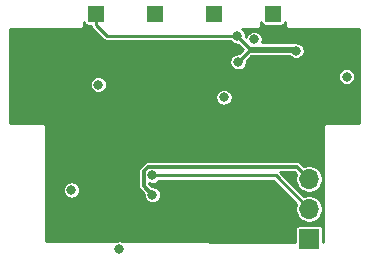
<source format=gbr>
%TF.GenerationSoftware,KiCad,Pcbnew,(5.1.12-1-10_14)*%
%TF.CreationDate,2022-02-21T12:57:33+08:00*%
%TF.ProjectId,esp32-c3_ddsu666,65737033-322d-4633-935f-646473753636,rev?*%
%TF.SameCoordinates,Original*%
%TF.FileFunction,Copper,L2,Inr*%
%TF.FilePolarity,Positive*%
%FSLAX46Y46*%
G04 Gerber Fmt 4.6, Leading zero omitted, Abs format (unit mm)*
G04 Created by KiCad (PCBNEW (5.1.12-1-10_14)) date 2022-02-21 12:57:33*
%MOMM*%
%LPD*%
G01*
G04 APERTURE LIST*
%TA.AperFunction,ComponentPad*%
%ADD10O,1.700000X1.700000*%
%TD*%
%TA.AperFunction,ComponentPad*%
%ADD11R,1.700000X1.700000*%
%TD*%
%TA.AperFunction,ComponentPad*%
%ADD12R,1.350000X1.350000*%
%TD*%
%TA.AperFunction,ViaPad*%
%ADD13C,0.800000*%
%TD*%
%TA.AperFunction,Conductor*%
%ADD14C,0.250000*%
%TD*%
%TA.AperFunction,Conductor*%
%ADD15C,0.300000*%
%TD*%
%TA.AperFunction,Conductor*%
%ADD16C,0.254000*%
%TD*%
%TA.AperFunction,Conductor*%
%ADD17C,0.100000*%
%TD*%
G04 APERTURE END LIST*
D10*
%TO.N,U0TXD*%
%TO.C,J2*%
X125550000Y-62980000D03*
%TO.N,U0RXD*%
X125550000Y-65520000D03*
D11*
%TO.N,GND*%
X125550000Y-68060000D03*
%TD*%
D12*
%TO.N,B*%
%TO.C,J5*%
X122500000Y-49000000D03*
%TD*%
%TO.N,A*%
%TO.C,J4*%
X117500000Y-49000000D03*
%TD*%
%TO.N,GND*%
%TO.C,J3*%
X112500000Y-49000000D03*
%TD*%
%TO.N,+5V*%
%TO.C,J1*%
X107500000Y-49000000D03*
%TD*%
D13*
%TO.N,GND*%
X120890000Y-51150000D03*
X128720000Y-54310000D03*
X109460000Y-68920000D03*
X107700000Y-55000000D03*
X105420000Y-63920000D03*
X118340000Y-56060000D03*
%TO.N,+3V3*%
X118520000Y-54410000D03*
X120970000Y-65400000D03*
X105480000Y-55110000D03*
X103940000Y-67420000D03*
%TO.N,+5V*%
X124440000Y-52130000D03*
X119467831Y-50882169D03*
X119537169Y-53072831D03*
%TO.N,U0RXD*%
X112290000Y-62690000D03*
%TO.N,U0TXD*%
X112290000Y-64330000D03*
%TD*%
D14*
%TO.N,+5V*%
X120480000Y-52130000D02*
X119537169Y-53072831D01*
X124440000Y-52130000D02*
X120480000Y-52130000D01*
X124185001Y-51875001D02*
X124440000Y-52130000D01*
X120460663Y-51875001D02*
X124185001Y-51875001D01*
X119467831Y-50882169D02*
X120460663Y-51875001D01*
X119467831Y-50882169D02*
X108432169Y-50882169D01*
X107500000Y-49950000D02*
X107500000Y-49000000D01*
X108432169Y-50882169D02*
X107500000Y-49950000D01*
%TO.N,U0RXD*%
X122720000Y-62690000D02*
X125550000Y-65520000D01*
X112290000Y-62690000D02*
X122720000Y-62690000D01*
D15*
%TO.N,U0TXD*%
X124509999Y-61939999D02*
X125550000Y-62980000D01*
X111929999Y-61939999D02*
X124509999Y-61939999D01*
X111539999Y-62329999D02*
X111929999Y-61939999D01*
X111539999Y-63579999D02*
X111539999Y-62329999D01*
X112290000Y-64330000D02*
X111539999Y-63579999D01*
%TD*%
D16*
%TO.N,+3V3*%
X123498001Y-49987614D02*
X123496781Y-50000000D01*
X123501647Y-50049401D01*
X123516056Y-50096903D01*
X123539456Y-50140681D01*
X123570947Y-50179053D01*
X123609319Y-50210544D01*
X123653097Y-50233944D01*
X123700599Y-50248353D01*
X123737624Y-50252000D01*
X123737625Y-50252000D01*
X123750000Y-50253219D01*
X123762376Y-50252000D01*
X129748000Y-50252000D01*
X129748001Y-58248000D01*
X127012375Y-58248000D01*
X127000000Y-58246781D01*
X126987624Y-58248000D01*
X126950599Y-58251647D01*
X126903097Y-58266056D01*
X126859319Y-58289456D01*
X126820947Y-58320947D01*
X126789456Y-58359319D01*
X126766056Y-58403097D01*
X126751647Y-58450599D01*
X126746781Y-58500000D01*
X126748000Y-58512375D01*
X126748001Y-68287223D01*
X126728582Y-68287200D01*
X126728582Y-67210000D01*
X126722268Y-67145897D01*
X126703570Y-67084257D01*
X126673206Y-67027450D01*
X126632343Y-66977657D01*
X126582550Y-66936794D01*
X126525743Y-66906430D01*
X126464103Y-66887732D01*
X126400000Y-66881418D01*
X124700000Y-66881418D01*
X124635897Y-66887732D01*
X124574257Y-66906430D01*
X124517450Y-66936794D01*
X124467657Y-66977657D01*
X124426794Y-67027450D01*
X124396430Y-67084257D01*
X124377732Y-67145897D01*
X124371418Y-67210000D01*
X124371418Y-68284456D01*
X109784408Y-68267475D01*
X109672058Y-68220938D01*
X109531603Y-68193000D01*
X109388397Y-68193000D01*
X109247942Y-68220938D01*
X109137410Y-68266722D01*
X103252000Y-68259870D01*
X103252000Y-63848397D01*
X104693000Y-63848397D01*
X104693000Y-63991603D01*
X104720938Y-64132058D01*
X104775741Y-64264364D01*
X104855302Y-64383436D01*
X104956564Y-64484698D01*
X105075636Y-64564259D01*
X105207942Y-64619062D01*
X105348397Y-64647000D01*
X105491603Y-64647000D01*
X105632058Y-64619062D01*
X105764364Y-64564259D01*
X105883436Y-64484698D01*
X105984698Y-64383436D01*
X106064259Y-64264364D01*
X106119062Y-64132058D01*
X106147000Y-63991603D01*
X106147000Y-63848397D01*
X106119062Y-63707942D01*
X106064259Y-63575636D01*
X105984698Y-63456564D01*
X105883436Y-63355302D01*
X105764364Y-63275741D01*
X105632058Y-63220938D01*
X105491603Y-63193000D01*
X105348397Y-63193000D01*
X105207942Y-63220938D01*
X105075636Y-63275741D01*
X104956564Y-63355302D01*
X104855302Y-63456564D01*
X104775741Y-63575636D01*
X104720938Y-63707942D01*
X104693000Y-63848397D01*
X103252000Y-63848397D01*
X103252000Y-62329999D01*
X111060693Y-62329999D01*
X111063000Y-62353424D01*
X111062999Y-63556584D01*
X111060693Y-63579999D01*
X111062999Y-63603414D01*
X111062999Y-63603421D01*
X111069902Y-63673506D01*
X111097177Y-63763421D01*
X111141470Y-63846288D01*
X111201078Y-63918920D01*
X111219275Y-63933854D01*
X111563000Y-64277579D01*
X111563000Y-64401603D01*
X111590938Y-64542058D01*
X111645741Y-64674364D01*
X111725302Y-64793436D01*
X111826564Y-64894698D01*
X111945636Y-64974259D01*
X112077942Y-65029062D01*
X112218397Y-65057000D01*
X112361603Y-65057000D01*
X112502058Y-65029062D01*
X112634364Y-64974259D01*
X112753436Y-64894698D01*
X112854698Y-64793436D01*
X112934259Y-64674364D01*
X112989062Y-64542058D01*
X113017000Y-64401603D01*
X113017000Y-64258397D01*
X112989062Y-64117942D01*
X112934259Y-63985636D01*
X112854698Y-63866564D01*
X112753436Y-63765302D01*
X112634364Y-63685741D01*
X112502058Y-63630938D01*
X112361603Y-63603000D01*
X112237579Y-63603000D01*
X112016999Y-63382420D01*
X112016999Y-63363819D01*
X112077942Y-63389062D01*
X112218397Y-63417000D01*
X112361603Y-63417000D01*
X112502058Y-63389062D01*
X112634364Y-63334259D01*
X112753436Y-63254698D01*
X112854698Y-63153436D01*
X112862339Y-63142000D01*
X122532777Y-63142000D01*
X124461938Y-65071163D01*
X124418231Y-65176682D01*
X124373000Y-65404076D01*
X124373000Y-65635924D01*
X124418231Y-65863318D01*
X124506956Y-66077519D01*
X124635764Y-66270294D01*
X124799706Y-66434236D01*
X124992481Y-66563044D01*
X125206682Y-66651769D01*
X125434076Y-66697000D01*
X125665924Y-66697000D01*
X125893318Y-66651769D01*
X126107519Y-66563044D01*
X126300294Y-66434236D01*
X126464236Y-66270294D01*
X126593044Y-66077519D01*
X126681769Y-65863318D01*
X126727000Y-65635924D01*
X126727000Y-65404076D01*
X126681769Y-65176682D01*
X126593044Y-64962481D01*
X126464236Y-64769706D01*
X126300294Y-64605764D01*
X126107519Y-64476956D01*
X125893318Y-64388231D01*
X125665924Y-64343000D01*
X125434076Y-64343000D01*
X125206682Y-64388231D01*
X125101163Y-64431938D01*
X123086222Y-62416999D01*
X124312420Y-62416999D01*
X124451583Y-62556163D01*
X124418231Y-62636682D01*
X124373000Y-62864076D01*
X124373000Y-63095924D01*
X124418231Y-63323318D01*
X124506956Y-63537519D01*
X124635764Y-63730294D01*
X124799706Y-63894236D01*
X124992481Y-64023044D01*
X125206682Y-64111769D01*
X125434076Y-64157000D01*
X125665924Y-64157000D01*
X125893318Y-64111769D01*
X126107519Y-64023044D01*
X126300294Y-63894236D01*
X126464236Y-63730294D01*
X126593044Y-63537519D01*
X126681769Y-63323318D01*
X126727000Y-63095924D01*
X126727000Y-62864076D01*
X126681769Y-62636682D01*
X126593044Y-62422481D01*
X126464236Y-62229706D01*
X126300294Y-62065764D01*
X126107519Y-61936956D01*
X125893318Y-61848231D01*
X125665924Y-61803000D01*
X125434076Y-61803000D01*
X125206682Y-61848231D01*
X125126163Y-61881583D01*
X124863854Y-61619275D01*
X124848920Y-61601078D01*
X124776288Y-61541470D01*
X124693422Y-61497177D01*
X124603507Y-61469902D01*
X124533422Y-61462999D01*
X124533414Y-61462999D01*
X124509999Y-61460693D01*
X124486584Y-61462999D01*
X111953413Y-61462999D01*
X111929998Y-61460693D01*
X111906583Y-61462999D01*
X111906576Y-61462999D01*
X111845337Y-61469031D01*
X111836490Y-61469902D01*
X111815563Y-61476250D01*
X111746576Y-61497177D01*
X111663710Y-61541470D01*
X111591078Y-61601078D01*
X111576148Y-61619270D01*
X111219270Y-61976149D01*
X111201079Y-61991078D01*
X111141471Y-62063710D01*
X111117795Y-62108004D01*
X111097177Y-62146577D01*
X111069902Y-62236492D01*
X111060693Y-62329999D01*
X103252000Y-62329999D01*
X103252000Y-58512375D01*
X103253219Y-58500000D01*
X103248353Y-58450599D01*
X103233944Y-58403097D01*
X103210544Y-58359319D01*
X103179053Y-58320947D01*
X103140681Y-58289456D01*
X103096903Y-58266056D01*
X103049401Y-58251647D01*
X103012376Y-58248000D01*
X103000000Y-58246781D01*
X102987625Y-58248000D01*
X100252000Y-58248000D01*
X100252000Y-55988397D01*
X117613000Y-55988397D01*
X117613000Y-56131603D01*
X117640938Y-56272058D01*
X117695741Y-56404364D01*
X117775302Y-56523436D01*
X117876564Y-56624698D01*
X117995636Y-56704259D01*
X118127942Y-56759062D01*
X118268397Y-56787000D01*
X118411603Y-56787000D01*
X118552058Y-56759062D01*
X118684364Y-56704259D01*
X118803436Y-56624698D01*
X118904698Y-56523436D01*
X118984259Y-56404364D01*
X119039062Y-56272058D01*
X119067000Y-56131603D01*
X119067000Y-55988397D01*
X119039062Y-55847942D01*
X118984259Y-55715636D01*
X118904698Y-55596564D01*
X118803436Y-55495302D01*
X118684364Y-55415741D01*
X118552058Y-55360938D01*
X118411603Y-55333000D01*
X118268397Y-55333000D01*
X118127942Y-55360938D01*
X117995636Y-55415741D01*
X117876564Y-55495302D01*
X117775302Y-55596564D01*
X117695741Y-55715636D01*
X117640938Y-55847942D01*
X117613000Y-55988397D01*
X100252000Y-55988397D01*
X100252000Y-54928397D01*
X106973000Y-54928397D01*
X106973000Y-55071603D01*
X107000938Y-55212058D01*
X107055741Y-55344364D01*
X107135302Y-55463436D01*
X107236564Y-55564698D01*
X107355636Y-55644259D01*
X107487942Y-55699062D01*
X107628397Y-55727000D01*
X107771603Y-55727000D01*
X107912058Y-55699062D01*
X108044364Y-55644259D01*
X108163436Y-55564698D01*
X108264698Y-55463436D01*
X108344259Y-55344364D01*
X108399062Y-55212058D01*
X108427000Y-55071603D01*
X108427000Y-54928397D01*
X108399062Y-54787942D01*
X108344259Y-54655636D01*
X108264698Y-54536564D01*
X108163436Y-54435302D01*
X108044364Y-54355741D01*
X107912058Y-54300938D01*
X107771603Y-54273000D01*
X107628397Y-54273000D01*
X107487942Y-54300938D01*
X107355636Y-54355741D01*
X107236564Y-54435302D01*
X107135302Y-54536564D01*
X107055741Y-54655636D01*
X107000938Y-54787942D01*
X106973000Y-54928397D01*
X100252000Y-54928397D01*
X100252000Y-54238397D01*
X127993000Y-54238397D01*
X127993000Y-54381603D01*
X128020938Y-54522058D01*
X128075741Y-54654364D01*
X128155302Y-54773436D01*
X128256564Y-54874698D01*
X128375636Y-54954259D01*
X128507942Y-55009062D01*
X128648397Y-55037000D01*
X128791603Y-55037000D01*
X128932058Y-55009062D01*
X129064364Y-54954259D01*
X129183436Y-54874698D01*
X129284698Y-54773436D01*
X129364259Y-54654364D01*
X129419062Y-54522058D01*
X129447000Y-54381603D01*
X129447000Y-54238397D01*
X129419062Y-54097942D01*
X129364259Y-53965636D01*
X129284698Y-53846564D01*
X129183436Y-53745302D01*
X129064364Y-53665741D01*
X128932058Y-53610938D01*
X128791603Y-53583000D01*
X128648397Y-53583000D01*
X128507942Y-53610938D01*
X128375636Y-53665741D01*
X128256564Y-53745302D01*
X128155302Y-53846564D01*
X128075741Y-53965636D01*
X128020938Y-54097942D01*
X127993000Y-54238397D01*
X100252000Y-54238397D01*
X100252000Y-50252000D01*
X106237625Y-50252000D01*
X106250000Y-50253219D01*
X106299401Y-50248353D01*
X106346903Y-50233944D01*
X106390681Y-50210544D01*
X106429053Y-50179053D01*
X106460544Y-50140681D01*
X106483944Y-50096903D01*
X106498353Y-50049401D01*
X106502000Y-50012376D01*
X106502000Y-50012375D01*
X106503219Y-50000000D01*
X106502000Y-49987624D01*
X106502000Y-49731671D01*
X106502732Y-49739103D01*
X106521430Y-49800743D01*
X106551794Y-49857550D01*
X106592657Y-49907343D01*
X106642450Y-49948206D01*
X106699257Y-49978570D01*
X106760897Y-49997268D01*
X106825000Y-50003582D01*
X107051090Y-50003582D01*
X107054540Y-50038607D01*
X107072224Y-50096902D01*
X107080386Y-50123809D01*
X107122357Y-50202332D01*
X107178841Y-50271159D01*
X107196100Y-50285323D01*
X108096850Y-51186074D01*
X108111010Y-51203328D01*
X108179836Y-51259812D01*
X108258359Y-51301783D01*
X108343561Y-51327629D01*
X108432168Y-51336356D01*
X108454373Y-51334169D01*
X118895492Y-51334169D01*
X118903133Y-51345605D01*
X119004395Y-51446867D01*
X119123467Y-51526428D01*
X119255773Y-51581231D01*
X119396228Y-51609169D01*
X119539434Y-51609169D01*
X119552924Y-51606486D01*
X119958606Y-52012169D01*
X119622262Y-52348514D01*
X119608772Y-52345831D01*
X119465566Y-52345831D01*
X119325111Y-52373769D01*
X119192805Y-52428572D01*
X119073733Y-52508133D01*
X118972471Y-52609395D01*
X118892910Y-52728467D01*
X118838107Y-52860773D01*
X118810169Y-53001228D01*
X118810169Y-53144434D01*
X118838107Y-53284889D01*
X118892910Y-53417195D01*
X118972471Y-53536267D01*
X119073733Y-53637529D01*
X119192805Y-53717090D01*
X119325111Y-53771893D01*
X119465566Y-53799831D01*
X119608772Y-53799831D01*
X119749227Y-53771893D01*
X119881533Y-53717090D01*
X120000605Y-53637529D01*
X120101867Y-53536267D01*
X120181428Y-53417195D01*
X120236231Y-53284889D01*
X120264169Y-53144434D01*
X120264169Y-53001228D01*
X120261486Y-52987738D01*
X120667225Y-52582000D01*
X123867661Y-52582000D01*
X123875302Y-52593436D01*
X123976564Y-52694698D01*
X124095636Y-52774259D01*
X124227942Y-52829062D01*
X124368397Y-52857000D01*
X124511603Y-52857000D01*
X124652058Y-52829062D01*
X124784364Y-52774259D01*
X124903436Y-52694698D01*
X125004698Y-52593436D01*
X125084259Y-52474364D01*
X125139062Y-52342058D01*
X125167000Y-52201603D01*
X125167000Y-52058397D01*
X125139062Y-51917942D01*
X125084259Y-51785636D01*
X125004698Y-51666564D01*
X124903436Y-51565302D01*
X124784364Y-51485741D01*
X124652058Y-51430938D01*
X124511603Y-51403000D01*
X124368397Y-51403000D01*
X124247763Y-51426995D01*
X124207206Y-51423001D01*
X124185001Y-51420814D01*
X124162796Y-51423001D01*
X121563819Y-51423001D01*
X121589062Y-51362058D01*
X121617000Y-51221603D01*
X121617000Y-51078397D01*
X121589062Y-50937942D01*
X121534259Y-50805636D01*
X121454698Y-50686564D01*
X121353436Y-50585302D01*
X121234364Y-50505741D01*
X121102058Y-50450938D01*
X120961603Y-50423000D01*
X120818397Y-50423000D01*
X120677942Y-50450938D01*
X120545636Y-50505741D01*
X120426564Y-50585302D01*
X120325302Y-50686564D01*
X120245741Y-50805636D01*
X120194831Y-50928543D01*
X120194831Y-50810566D01*
X120166893Y-50670111D01*
X120112090Y-50537805D01*
X120032529Y-50418733D01*
X119931267Y-50317471D01*
X119833282Y-50252000D01*
X121237624Y-50252000D01*
X121250000Y-50253219D01*
X121262375Y-50252000D01*
X121262376Y-50252000D01*
X121299401Y-50248353D01*
X121346903Y-50233944D01*
X121390681Y-50210544D01*
X121429053Y-50179053D01*
X121460544Y-50140681D01*
X121483944Y-50096903D01*
X121498353Y-50049401D01*
X121503219Y-50000000D01*
X121502000Y-49987624D01*
X121502000Y-49731671D01*
X121502732Y-49739103D01*
X121521430Y-49800743D01*
X121551794Y-49857550D01*
X121592657Y-49907343D01*
X121642450Y-49948206D01*
X121699257Y-49978570D01*
X121760897Y-49997268D01*
X121825000Y-50003582D01*
X123175000Y-50003582D01*
X123239103Y-49997268D01*
X123300743Y-49978570D01*
X123357550Y-49948206D01*
X123407343Y-49907343D01*
X123448206Y-49857550D01*
X123478570Y-49800743D01*
X123497268Y-49739103D01*
X123498001Y-49731662D01*
X123498001Y-49987614D01*
%TA.AperFunction,Conductor*%
D17*
G36*
X123498001Y-49987614D02*
G01*
X123496781Y-50000000D01*
X123501647Y-50049401D01*
X123516056Y-50096903D01*
X123539456Y-50140681D01*
X123570947Y-50179053D01*
X123609319Y-50210544D01*
X123653097Y-50233944D01*
X123700599Y-50248353D01*
X123737624Y-50252000D01*
X123737625Y-50252000D01*
X123750000Y-50253219D01*
X123762376Y-50252000D01*
X129748000Y-50252000D01*
X129748001Y-58248000D01*
X127012375Y-58248000D01*
X127000000Y-58246781D01*
X126987624Y-58248000D01*
X126950599Y-58251647D01*
X126903097Y-58266056D01*
X126859319Y-58289456D01*
X126820947Y-58320947D01*
X126789456Y-58359319D01*
X126766056Y-58403097D01*
X126751647Y-58450599D01*
X126746781Y-58500000D01*
X126748000Y-58512375D01*
X126748001Y-68287223D01*
X126728582Y-68287200D01*
X126728582Y-67210000D01*
X126722268Y-67145897D01*
X126703570Y-67084257D01*
X126673206Y-67027450D01*
X126632343Y-66977657D01*
X126582550Y-66936794D01*
X126525743Y-66906430D01*
X126464103Y-66887732D01*
X126400000Y-66881418D01*
X124700000Y-66881418D01*
X124635897Y-66887732D01*
X124574257Y-66906430D01*
X124517450Y-66936794D01*
X124467657Y-66977657D01*
X124426794Y-67027450D01*
X124396430Y-67084257D01*
X124377732Y-67145897D01*
X124371418Y-67210000D01*
X124371418Y-68284456D01*
X109784408Y-68267475D01*
X109672058Y-68220938D01*
X109531603Y-68193000D01*
X109388397Y-68193000D01*
X109247942Y-68220938D01*
X109137410Y-68266722D01*
X103252000Y-68259870D01*
X103252000Y-63848397D01*
X104693000Y-63848397D01*
X104693000Y-63991603D01*
X104720938Y-64132058D01*
X104775741Y-64264364D01*
X104855302Y-64383436D01*
X104956564Y-64484698D01*
X105075636Y-64564259D01*
X105207942Y-64619062D01*
X105348397Y-64647000D01*
X105491603Y-64647000D01*
X105632058Y-64619062D01*
X105764364Y-64564259D01*
X105883436Y-64484698D01*
X105984698Y-64383436D01*
X106064259Y-64264364D01*
X106119062Y-64132058D01*
X106147000Y-63991603D01*
X106147000Y-63848397D01*
X106119062Y-63707942D01*
X106064259Y-63575636D01*
X105984698Y-63456564D01*
X105883436Y-63355302D01*
X105764364Y-63275741D01*
X105632058Y-63220938D01*
X105491603Y-63193000D01*
X105348397Y-63193000D01*
X105207942Y-63220938D01*
X105075636Y-63275741D01*
X104956564Y-63355302D01*
X104855302Y-63456564D01*
X104775741Y-63575636D01*
X104720938Y-63707942D01*
X104693000Y-63848397D01*
X103252000Y-63848397D01*
X103252000Y-62329999D01*
X111060693Y-62329999D01*
X111063000Y-62353424D01*
X111062999Y-63556584D01*
X111060693Y-63579999D01*
X111062999Y-63603414D01*
X111062999Y-63603421D01*
X111069902Y-63673506D01*
X111097177Y-63763421D01*
X111141470Y-63846288D01*
X111201078Y-63918920D01*
X111219275Y-63933854D01*
X111563000Y-64277579D01*
X111563000Y-64401603D01*
X111590938Y-64542058D01*
X111645741Y-64674364D01*
X111725302Y-64793436D01*
X111826564Y-64894698D01*
X111945636Y-64974259D01*
X112077942Y-65029062D01*
X112218397Y-65057000D01*
X112361603Y-65057000D01*
X112502058Y-65029062D01*
X112634364Y-64974259D01*
X112753436Y-64894698D01*
X112854698Y-64793436D01*
X112934259Y-64674364D01*
X112989062Y-64542058D01*
X113017000Y-64401603D01*
X113017000Y-64258397D01*
X112989062Y-64117942D01*
X112934259Y-63985636D01*
X112854698Y-63866564D01*
X112753436Y-63765302D01*
X112634364Y-63685741D01*
X112502058Y-63630938D01*
X112361603Y-63603000D01*
X112237579Y-63603000D01*
X112016999Y-63382420D01*
X112016999Y-63363819D01*
X112077942Y-63389062D01*
X112218397Y-63417000D01*
X112361603Y-63417000D01*
X112502058Y-63389062D01*
X112634364Y-63334259D01*
X112753436Y-63254698D01*
X112854698Y-63153436D01*
X112862339Y-63142000D01*
X122532777Y-63142000D01*
X124461938Y-65071163D01*
X124418231Y-65176682D01*
X124373000Y-65404076D01*
X124373000Y-65635924D01*
X124418231Y-65863318D01*
X124506956Y-66077519D01*
X124635764Y-66270294D01*
X124799706Y-66434236D01*
X124992481Y-66563044D01*
X125206682Y-66651769D01*
X125434076Y-66697000D01*
X125665924Y-66697000D01*
X125893318Y-66651769D01*
X126107519Y-66563044D01*
X126300294Y-66434236D01*
X126464236Y-66270294D01*
X126593044Y-66077519D01*
X126681769Y-65863318D01*
X126727000Y-65635924D01*
X126727000Y-65404076D01*
X126681769Y-65176682D01*
X126593044Y-64962481D01*
X126464236Y-64769706D01*
X126300294Y-64605764D01*
X126107519Y-64476956D01*
X125893318Y-64388231D01*
X125665924Y-64343000D01*
X125434076Y-64343000D01*
X125206682Y-64388231D01*
X125101163Y-64431938D01*
X123086222Y-62416999D01*
X124312420Y-62416999D01*
X124451583Y-62556163D01*
X124418231Y-62636682D01*
X124373000Y-62864076D01*
X124373000Y-63095924D01*
X124418231Y-63323318D01*
X124506956Y-63537519D01*
X124635764Y-63730294D01*
X124799706Y-63894236D01*
X124992481Y-64023044D01*
X125206682Y-64111769D01*
X125434076Y-64157000D01*
X125665924Y-64157000D01*
X125893318Y-64111769D01*
X126107519Y-64023044D01*
X126300294Y-63894236D01*
X126464236Y-63730294D01*
X126593044Y-63537519D01*
X126681769Y-63323318D01*
X126727000Y-63095924D01*
X126727000Y-62864076D01*
X126681769Y-62636682D01*
X126593044Y-62422481D01*
X126464236Y-62229706D01*
X126300294Y-62065764D01*
X126107519Y-61936956D01*
X125893318Y-61848231D01*
X125665924Y-61803000D01*
X125434076Y-61803000D01*
X125206682Y-61848231D01*
X125126163Y-61881583D01*
X124863854Y-61619275D01*
X124848920Y-61601078D01*
X124776288Y-61541470D01*
X124693422Y-61497177D01*
X124603507Y-61469902D01*
X124533422Y-61462999D01*
X124533414Y-61462999D01*
X124509999Y-61460693D01*
X124486584Y-61462999D01*
X111953413Y-61462999D01*
X111929998Y-61460693D01*
X111906583Y-61462999D01*
X111906576Y-61462999D01*
X111845337Y-61469031D01*
X111836490Y-61469902D01*
X111815563Y-61476250D01*
X111746576Y-61497177D01*
X111663710Y-61541470D01*
X111591078Y-61601078D01*
X111576148Y-61619270D01*
X111219270Y-61976149D01*
X111201079Y-61991078D01*
X111141471Y-62063710D01*
X111117795Y-62108004D01*
X111097177Y-62146577D01*
X111069902Y-62236492D01*
X111060693Y-62329999D01*
X103252000Y-62329999D01*
X103252000Y-58512375D01*
X103253219Y-58500000D01*
X103248353Y-58450599D01*
X103233944Y-58403097D01*
X103210544Y-58359319D01*
X103179053Y-58320947D01*
X103140681Y-58289456D01*
X103096903Y-58266056D01*
X103049401Y-58251647D01*
X103012376Y-58248000D01*
X103000000Y-58246781D01*
X102987625Y-58248000D01*
X100252000Y-58248000D01*
X100252000Y-55988397D01*
X117613000Y-55988397D01*
X117613000Y-56131603D01*
X117640938Y-56272058D01*
X117695741Y-56404364D01*
X117775302Y-56523436D01*
X117876564Y-56624698D01*
X117995636Y-56704259D01*
X118127942Y-56759062D01*
X118268397Y-56787000D01*
X118411603Y-56787000D01*
X118552058Y-56759062D01*
X118684364Y-56704259D01*
X118803436Y-56624698D01*
X118904698Y-56523436D01*
X118984259Y-56404364D01*
X119039062Y-56272058D01*
X119067000Y-56131603D01*
X119067000Y-55988397D01*
X119039062Y-55847942D01*
X118984259Y-55715636D01*
X118904698Y-55596564D01*
X118803436Y-55495302D01*
X118684364Y-55415741D01*
X118552058Y-55360938D01*
X118411603Y-55333000D01*
X118268397Y-55333000D01*
X118127942Y-55360938D01*
X117995636Y-55415741D01*
X117876564Y-55495302D01*
X117775302Y-55596564D01*
X117695741Y-55715636D01*
X117640938Y-55847942D01*
X117613000Y-55988397D01*
X100252000Y-55988397D01*
X100252000Y-54928397D01*
X106973000Y-54928397D01*
X106973000Y-55071603D01*
X107000938Y-55212058D01*
X107055741Y-55344364D01*
X107135302Y-55463436D01*
X107236564Y-55564698D01*
X107355636Y-55644259D01*
X107487942Y-55699062D01*
X107628397Y-55727000D01*
X107771603Y-55727000D01*
X107912058Y-55699062D01*
X108044364Y-55644259D01*
X108163436Y-55564698D01*
X108264698Y-55463436D01*
X108344259Y-55344364D01*
X108399062Y-55212058D01*
X108427000Y-55071603D01*
X108427000Y-54928397D01*
X108399062Y-54787942D01*
X108344259Y-54655636D01*
X108264698Y-54536564D01*
X108163436Y-54435302D01*
X108044364Y-54355741D01*
X107912058Y-54300938D01*
X107771603Y-54273000D01*
X107628397Y-54273000D01*
X107487942Y-54300938D01*
X107355636Y-54355741D01*
X107236564Y-54435302D01*
X107135302Y-54536564D01*
X107055741Y-54655636D01*
X107000938Y-54787942D01*
X106973000Y-54928397D01*
X100252000Y-54928397D01*
X100252000Y-54238397D01*
X127993000Y-54238397D01*
X127993000Y-54381603D01*
X128020938Y-54522058D01*
X128075741Y-54654364D01*
X128155302Y-54773436D01*
X128256564Y-54874698D01*
X128375636Y-54954259D01*
X128507942Y-55009062D01*
X128648397Y-55037000D01*
X128791603Y-55037000D01*
X128932058Y-55009062D01*
X129064364Y-54954259D01*
X129183436Y-54874698D01*
X129284698Y-54773436D01*
X129364259Y-54654364D01*
X129419062Y-54522058D01*
X129447000Y-54381603D01*
X129447000Y-54238397D01*
X129419062Y-54097942D01*
X129364259Y-53965636D01*
X129284698Y-53846564D01*
X129183436Y-53745302D01*
X129064364Y-53665741D01*
X128932058Y-53610938D01*
X128791603Y-53583000D01*
X128648397Y-53583000D01*
X128507942Y-53610938D01*
X128375636Y-53665741D01*
X128256564Y-53745302D01*
X128155302Y-53846564D01*
X128075741Y-53965636D01*
X128020938Y-54097942D01*
X127993000Y-54238397D01*
X100252000Y-54238397D01*
X100252000Y-50252000D01*
X106237625Y-50252000D01*
X106250000Y-50253219D01*
X106299401Y-50248353D01*
X106346903Y-50233944D01*
X106390681Y-50210544D01*
X106429053Y-50179053D01*
X106460544Y-50140681D01*
X106483944Y-50096903D01*
X106498353Y-50049401D01*
X106502000Y-50012376D01*
X106502000Y-50012375D01*
X106503219Y-50000000D01*
X106502000Y-49987624D01*
X106502000Y-49731671D01*
X106502732Y-49739103D01*
X106521430Y-49800743D01*
X106551794Y-49857550D01*
X106592657Y-49907343D01*
X106642450Y-49948206D01*
X106699257Y-49978570D01*
X106760897Y-49997268D01*
X106825000Y-50003582D01*
X107051090Y-50003582D01*
X107054540Y-50038607D01*
X107072224Y-50096902D01*
X107080386Y-50123809D01*
X107122357Y-50202332D01*
X107178841Y-50271159D01*
X107196100Y-50285323D01*
X108096850Y-51186074D01*
X108111010Y-51203328D01*
X108179836Y-51259812D01*
X108258359Y-51301783D01*
X108343561Y-51327629D01*
X108432168Y-51336356D01*
X108454373Y-51334169D01*
X118895492Y-51334169D01*
X118903133Y-51345605D01*
X119004395Y-51446867D01*
X119123467Y-51526428D01*
X119255773Y-51581231D01*
X119396228Y-51609169D01*
X119539434Y-51609169D01*
X119552924Y-51606486D01*
X119958606Y-52012169D01*
X119622262Y-52348514D01*
X119608772Y-52345831D01*
X119465566Y-52345831D01*
X119325111Y-52373769D01*
X119192805Y-52428572D01*
X119073733Y-52508133D01*
X118972471Y-52609395D01*
X118892910Y-52728467D01*
X118838107Y-52860773D01*
X118810169Y-53001228D01*
X118810169Y-53144434D01*
X118838107Y-53284889D01*
X118892910Y-53417195D01*
X118972471Y-53536267D01*
X119073733Y-53637529D01*
X119192805Y-53717090D01*
X119325111Y-53771893D01*
X119465566Y-53799831D01*
X119608772Y-53799831D01*
X119749227Y-53771893D01*
X119881533Y-53717090D01*
X120000605Y-53637529D01*
X120101867Y-53536267D01*
X120181428Y-53417195D01*
X120236231Y-53284889D01*
X120264169Y-53144434D01*
X120264169Y-53001228D01*
X120261486Y-52987738D01*
X120667225Y-52582000D01*
X123867661Y-52582000D01*
X123875302Y-52593436D01*
X123976564Y-52694698D01*
X124095636Y-52774259D01*
X124227942Y-52829062D01*
X124368397Y-52857000D01*
X124511603Y-52857000D01*
X124652058Y-52829062D01*
X124784364Y-52774259D01*
X124903436Y-52694698D01*
X125004698Y-52593436D01*
X125084259Y-52474364D01*
X125139062Y-52342058D01*
X125167000Y-52201603D01*
X125167000Y-52058397D01*
X125139062Y-51917942D01*
X125084259Y-51785636D01*
X125004698Y-51666564D01*
X124903436Y-51565302D01*
X124784364Y-51485741D01*
X124652058Y-51430938D01*
X124511603Y-51403000D01*
X124368397Y-51403000D01*
X124247763Y-51426995D01*
X124207206Y-51423001D01*
X124185001Y-51420814D01*
X124162796Y-51423001D01*
X121563819Y-51423001D01*
X121589062Y-51362058D01*
X121617000Y-51221603D01*
X121617000Y-51078397D01*
X121589062Y-50937942D01*
X121534259Y-50805636D01*
X121454698Y-50686564D01*
X121353436Y-50585302D01*
X121234364Y-50505741D01*
X121102058Y-50450938D01*
X120961603Y-50423000D01*
X120818397Y-50423000D01*
X120677942Y-50450938D01*
X120545636Y-50505741D01*
X120426564Y-50585302D01*
X120325302Y-50686564D01*
X120245741Y-50805636D01*
X120194831Y-50928543D01*
X120194831Y-50810566D01*
X120166893Y-50670111D01*
X120112090Y-50537805D01*
X120032529Y-50418733D01*
X119931267Y-50317471D01*
X119833282Y-50252000D01*
X121237624Y-50252000D01*
X121250000Y-50253219D01*
X121262375Y-50252000D01*
X121262376Y-50252000D01*
X121299401Y-50248353D01*
X121346903Y-50233944D01*
X121390681Y-50210544D01*
X121429053Y-50179053D01*
X121460544Y-50140681D01*
X121483944Y-50096903D01*
X121498353Y-50049401D01*
X121503219Y-50000000D01*
X121502000Y-49987624D01*
X121502000Y-49731671D01*
X121502732Y-49739103D01*
X121521430Y-49800743D01*
X121551794Y-49857550D01*
X121592657Y-49907343D01*
X121642450Y-49948206D01*
X121699257Y-49978570D01*
X121760897Y-49997268D01*
X121825000Y-50003582D01*
X123175000Y-50003582D01*
X123239103Y-49997268D01*
X123300743Y-49978570D01*
X123357550Y-49948206D01*
X123407343Y-49907343D01*
X123448206Y-49857550D01*
X123478570Y-49800743D01*
X123497268Y-49739103D01*
X123498001Y-49731662D01*
X123498001Y-49987614D01*
G37*
%TD.AperFunction*%
%TD*%
M02*

</source>
